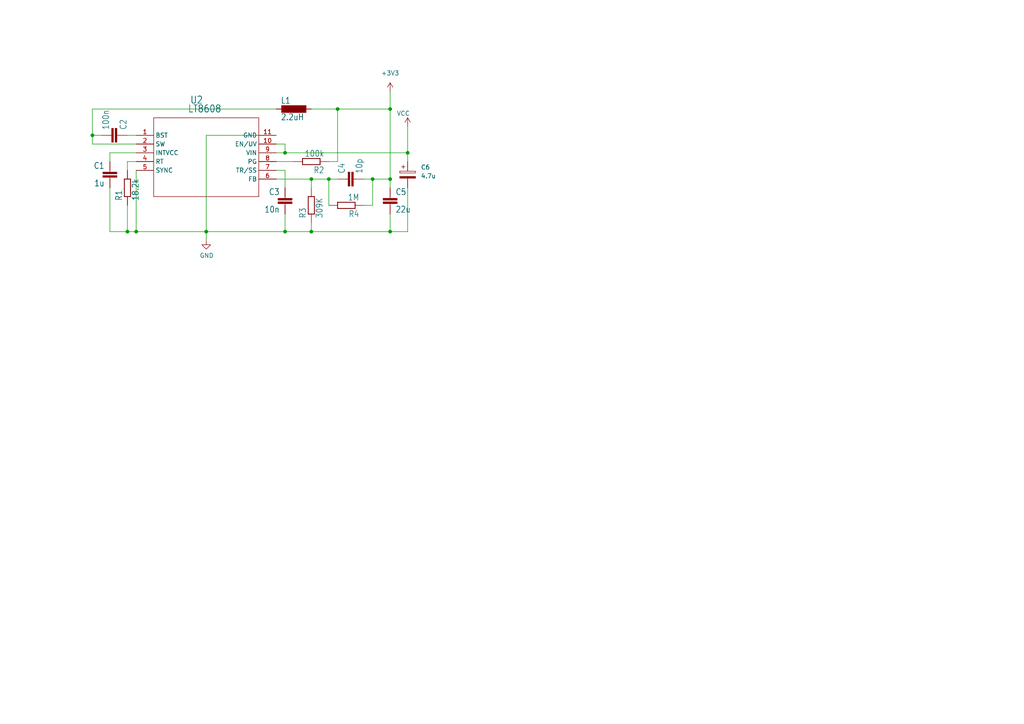
<source format=kicad_sch>
(kicad_sch (version 20230121) (generator eeschema)
  (paper "A4")
  (lib_symbols
    (symbol "Device:C_Polarized" (pin_numbers hide) (pin_names (offset 0.254))
      (property "Reference" "C" (at 0.635 2.54 0))
      (property "Value" "C_Polarized" (at 0.635 -2.54 0))
      (symbol "C_Polarized_0_1"
        (rectangle (start -2.286 0.508) (end 2.286 1.016))
        (polyline (pts (xy -1.778 2.286) (xy -0.762 2.286)))
        (polyline (pts (xy -1.27 2.794) (xy -1.27 1.778)))
        (rectangle (start 2.286 -0.508) (end -2.286 -1.016) (fill (type outline)))
      )
      (symbol "C_Polarized_1_1"
        (pin passive line (at 0 3.81 270) (length 2.794) (name "~") (number "1"))
        (pin passive line (at 0 -3.81 90) (length 2.794) (name "~") (number "2"))
      )
    )
    (symbol "RC_station1_3-eagle-import:C-EUC0603K"
      (property "Reference" "C" (at 1.524 0.381 0))
      (property "Value" "C-EUC0603K" (at 1.524 -4.699 0))
      (symbol "C-EUC0603K_1_0"
        (rectangle (start -2.032 -2.032) (end 2.032 -1.524) (fill (type outline)))
        (rectangle (start -2.032 -1.016) (end 2.032 -0.508) (fill (type outline)))
        (polyline (pts (xy 0 -2.54) (xy 0 -2.032)) (stroke (width 0.1524)))
        (polyline (pts (xy 0 0) (xy 0 -0.508)) (stroke (width 0.1524)))
        (pin passive line (at 0 2.54 270) (length 2.54) (name "1") (number "1"))
        (pin passive line (at 0 -5.08 90) (length 2.54) (name "2") (number "2"))
      )
    )
    (symbol "RC_station1_3-eagle-import:C-EUC1206K"
      (property "Reference" "C" (at 1.524 0.381 0))
      (property "Value" "C-EUC1206K" (at 1.524 -4.699 0))
      (symbol "C-EUC1206K_1_0"
        (rectangle (start -2.032 -2.032) (end 2.032 -1.524) (fill (type outline)))
        (rectangle (start -2.032 -1.016) (end 2.032 -0.508) (fill (type outline)))
        (polyline (pts (xy 0 -2.54) (xy 0 -2.032)) (stroke (width 0.1524)))
        (polyline (pts (xy 0 0) (xy 0 -0.508)) (stroke (width 0.1524)))
        (pin passive line (at 0 2.54 270) (length 2.54) (name "1") (number "1"))
        (pin passive line (at 0 -5.08 90) (length 2.54) (name "2") (number "2"))
      )
    )
    (symbol "RC_station1_3-eagle-import:L-EUL3225M"
      (property "Reference" "L" (at -1.4986 -3.81 90))
      (property "Value" "L-EUL3225M" (at 3.302 -3.81 90))
      (symbol "L-EUL3225M_1_0"
        (rectangle (start -1.016 -3.556) (end 1.016 3.556) (fill (type outline)))
        (pin passive line (at 0 5.08 270) (length 2.54) (name "1") (number "1"))
        (pin passive line (at 0 -5.08 90) (length 2.54) (name "2") (number "2"))
      )
    )
    (symbol "RC_station1_3-eagle-import:LT8608"
      (property "Value" "LT8608" (at -5.3594 11.6586 0))
      (symbol "LT8608_1_0"
        (polyline (pts (xy -15.24 -12.7) (xy 15.24 -12.7)) (stroke (width 0.1524)))
        (polyline (pts (xy -15.24 10.16) (xy -15.24 -12.7)) (stroke (width 0.1524)))
        (polyline (pts (xy 15.24 -12.7) (xy 15.24 10.16)) (stroke (width 0.1524)))
        (polyline (pts (xy 15.24 10.16) (xy -15.24 10.16)) (stroke (width 0.1524)))
        (pin input line (at -20.32 5.08 0) (length 5.08) (name "BST") (number "1"))
        (pin passive line (at 20.32 2.54 180) (length 5.08) (name "EN/UV") (number "10"))
        (pin power_in line (at 20.32 5.08 180) (length 5.08) (name "GND") (number "11"))
        (pin output line (at -20.32 2.54 0) (length 5.08) (name "SW") (number "2"))
        (pin passive line (at -20.32 0 0) (length 5.08) (name "INTVCC") (number "3"))
        (pin passive line (at -20.32 -2.54 0) (length 5.08) (name "RT") (number "4"))
        (pin input line (at -20.32 -5.08 0) (length 5.08) (name "SYNC") (number "5"))
        (pin passive line (at 20.32 -7.62 180) (length 5.08) (name "FB") (number "6"))
        (pin output line (at 20.32 -5.08 180) (length 5.08) (name "TR/SS") (number "7"))
        (pin output line (at 20.32 -2.54 180) (length 5.08) (name "PG") (number "8"))
        (pin input line (at 20.32 0 180) (length 5.08) (name "VIN") (number "9"))
      )
    )
    (symbol "RC_station1_3-eagle-import:R-EU_R0603"
      (property "Reference" "R" (at -3.81 1.4986 0))
      (property "Value" "R-EU_R0603" (at -3.81 -3.302 0))
      (symbol "R-EU_R0603_1_0"
        (polyline (pts (xy -2.54 -0.889) (xy -2.54 0.889)) (stroke (width 0.254)))
        (polyline (pts (xy -2.54 -0.889) (xy 2.54 -0.889)) (stroke (width 0.254)))
        (polyline (pts (xy 2.54 -0.889) (xy 2.54 0.889)) (stroke (width 0.254)))
        (polyline (pts (xy 2.54 0.889) (xy -2.54 0.889)) (stroke (width 0.254)))
        (pin passive line (at -5.08 0 0) (length 2.54) (name "1") (number "1"))
        (pin passive line (at 5.08 0 180) (length 2.54) (name "2") (number "2"))
      )
    )
    (symbol "power:+3.3V" (power) (pin_names (offset 0))
      (property "Value" "+3.3V" (at 0 3.556 0))
      (symbol "+3.3V_0_1"
        (polyline (pts (xy -0.762 1.27) (xy 0 2.54)))
        (polyline (pts (xy 0 0) (xy 0 2.54)))
        (polyline (pts (xy 0 2.54) (xy 0.762 1.27)))
      )
      (symbol "+3.3V_1_1"
        (pin power_in line (at 0 0 90) (length 0) hide (name "+3V3") (number "1"))
      )
    )
    (symbol "power:GND" (power) (pin_names (offset 0))
      (property "Value" "GND" (at 0 -3.81 0))
      (symbol "GND_0_1"
        (polyline (pts (xy 0 0) (xy 0 -1.27) (xy 1.27 -1.27) (xy 0 -2.54) (xy -1.27 -1.27) (xy 0 -1.27)))
      )
      (symbol "GND_1_1"
        (pin power_in line (at 0 0 270) (length 0) hide (name "GND") (number "1"))
      )
    )
    (symbol "power:VCC" (power) (pin_names (offset 0))
      (property "Value" "VCC" (at 0 3.81 0))
      (symbol "VCC_0_1"
        (polyline (pts (xy -0.762 1.27) (xy 0 2.54)))
        (polyline (pts (xy 0 0) (xy 0 2.54)))
        (polyline (pts (xy 0 2.54) (xy 0.762 1.27)))
      )
      (symbol "VCC_1_1"
        (pin power_in line (at 0 0 90) (length 0) hide (name "VCC") (number "1"))
      )
    )
  )
  (junction (at 113.157 51.943))
  (junction (at 108.077 51.943))
  (junction (at 39.497 67.183))
  (junction (at 113.157 31.623))
  (junction (at 90.297 67.183))
  (junction (at 59.817 67.183))
  (junction (at 90.297 51.943))
  (junction (at 97.917 31.623))
  (junction (at 82.677 44.323))
  (junction (at 82.677 67.183))
  (junction (at 26.797 39.243))
  (junction (at 118.237 44.323))
  (junction (at 113.157 67.183))
  (junction (at 36.957 67.183))
  (junction (at 95.377 51.943))
  (wire (pts (xy 82.677 67.183) (xy 59.817 67.183)))
  (wire (pts (xy 82.677 62.103) (xy 82.677 67.183)))
  (wire (pts (xy 95.377 46.863) (xy 97.917 46.863)))
  (wire (pts (xy 113.157 67.183) (xy 90.297 67.183)))
  (wire (pts (xy 36.957 67.183) (xy 39.497 67.183)))
  (wire (pts (xy 97.917 31.623) (xy 113.157 31.623)))
  (wire (pts (xy 26.797 39.243) (xy 26.797 31.623)))
  (wire (pts (xy 108.077 51.943) (xy 108.077 59.563)))
  (wire (pts (xy 59.817 67.183) (xy 59.817 69.723)))
  (wire (pts (xy 82.677 41.783) (xy 82.677 44.323)))
  (wire (pts (xy 82.677 44.323) (xy 80.137 44.323)))
  (wire (pts (xy 39.497 67.183) (xy 59.817 67.183)))
  (wire (pts (xy 39.497 44.323) (xy 31.877 44.323)))
  (wire (pts (xy 80.137 41.783) (xy 82.677 41.783)))
  (wire (pts (xy 82.677 49.403) (xy 82.677 54.483)))
  (wire (pts (xy 113.157 51.943) (xy 113.157 54.483)))
  (wire (pts (xy 118.237 44.323) (xy 118.237 36.703)))
  (wire (pts (xy 95.377 51.943) (xy 95.377 59.563)))
  (wire (pts (xy 39.497 41.783) (xy 26.797 41.783)))
  (wire (pts (xy 95.377 51.943) (xy 97.917 51.943)))
  (wire (pts (xy 26.797 31.623) (xy 80.137 31.623)))
  (wire (pts (xy 108.077 51.943) (xy 113.157 51.943)))
  (wire (pts (xy 108.077 59.563) (xy 105.537 59.563)))
  (wire (pts (xy 36.957 46.863) (xy 36.957 49.403)))
  (wire (pts (xy 90.297 51.943) (xy 90.297 54.483)))
  (wire (pts (xy 118.237 67.183) (xy 113.157 67.183)))
  (wire (pts (xy 80.137 46.863) (xy 85.217 46.863)))
  (wire (pts (xy 113.157 62.103) (xy 113.157 67.183)))
  (wire (pts (xy 82.677 44.323) (xy 118.237 44.323)))
  (wire (pts (xy 97.917 31.623) (xy 90.297 31.623)))
  (wire (pts (xy 80.137 49.403) (xy 82.677 49.403)))
  (wire (pts (xy 90.297 67.183) (xy 82.677 67.183)))
  (wire (pts (xy 113.157 51.943) (xy 113.157 31.623)))
  (wire (pts (xy 113.157 31.623) (xy 113.157 26.543)))
  (wire (pts (xy 36.957 59.563) (xy 36.957 67.183)))
  (wire (pts (xy 31.877 44.323) (xy 31.877 46.863)))
  (wire (pts (xy 31.877 67.183) (xy 36.957 67.183)))
  (wire (pts (xy 80.137 51.943) (xy 90.297 51.943)))
  (wire (pts (xy 118.237 54.483) (xy 118.237 67.183)))
  (wire (pts (xy 26.797 41.783) (xy 26.797 39.243)))
  (wire (pts (xy 97.917 46.863) (xy 97.917 31.623)))
  (wire (pts (xy 90.297 64.643) (xy 90.297 67.183)))
  (wire (pts (xy 39.497 49.403) (xy 39.497 67.183)))
  (wire (pts (xy 36.957 39.243) (xy 39.497 39.243)))
  (wire (pts (xy 31.877 54.483) (xy 31.877 67.183)))
  (wire (pts (xy 39.497 46.863) (xy 36.957 46.863)))
  (wire (pts (xy 90.297 51.943) (xy 95.377 51.943)))
  (wire (pts (xy 118.237 46.863) (xy 118.237 44.323)))
  (wire (pts (xy 59.817 39.243) (xy 59.817 67.183)))
  (wire (pts (xy 80.137 39.243) (xy 59.817 39.243)))
  (wire (pts (xy 29.337 39.243) (xy 26.797 39.243)))
  (wire (pts (xy 105.537 51.943) (xy 108.077 51.943)))
  (symbol (lib_id "RC_station1_3-eagle-import:R-EU_R0603") (at 90.297 59.563 90) (unit 1)
    (property "Reference" "R3" (at 88.7984 63.373 0) (effects (font (size 1.778 1.5113)) (justify left bottom)))
    (property "Value" "309K" (at 93.599 63.373 0) (effects (font (size 1.778 1.5113)) (justify left bottom)))
    (property "Footprint" "Resistor_SMD:R_0603_1608Metric" (effects hide))
    (property "JLC" "0603" (effects hide))
    (property "LCSC" "C4151043" (effects hide))
    (property "Mfr Part Number (Input)" "CRCW0603309KFKEA" (effects hide))
  )
  (symbol (lib_id "RC_station1_3-eagle-import:R-EU_R0603") (at 90.297 46.863 180) (unit 1)
    (property "Reference" "R2" (at 94.107 48.3616 0) (effects (font (size 1.778 1.5113)) (justify left bottom)))
    (property "Value" "100k" (at 94.107 43.561 0) (effects (font (size 1.778 1.5113)) (justify left bottom)))
    (property "Footprint" "Resistor_SMD:R_0603_1608Metric" (effects hide))
    (property "JLC" "0603" (effects hide))
    (property "LCSC" "C844916" (effects hide))
    (property "Mfr Part Number (Input)" "CRCW0603100KFKEA" (effects hide))
  )
  (symbol (lib_id "RC_station1_3-eagle-import:R-EU_R0603") (at 36.957 54.483 90) (unit 1)
    (property "Reference" "R1" (at 35.4584 58.293 0) (effects (font (size 1.778 1.5113)) (justify left bottom)))
    (property "Value" "18.2k" (at 40.259 58.293 0) (effects (font (size 1.778 1.5113)) (justify left bottom)))
    (property "Footprint" "Resistor_SMD:R_0603_1608Metric" (effects hide))
    (property "JLC" "0603" (effects hide))
    (property "LCSC" "C844532" (effects hide))
    (property "Mfr Part Number (Input)" "CRCW060318K2FKEA" (effects hide))
  )
  (symbol (lib_id "RC_station1_3-eagle-import:R-EU_R0603") (at 100.457 59.563 180) (unit 1)
    (property "Reference" "R4" (at 104.267 61.0616 0) (effects (font (size 1.778 1.5113)) (justify left bottom)))
    (property "Value" "1M" (at 104.267 56.261 0) (effects (font (size 1.778 1.5113)) (justify left bottom)))
    (property "Footprint" "Resistor_SMD:R_0603_1608Metric" (effects hide))
    (property "JLC" "0603" (effects hide))
    (property "LCSC" "C1859323" (effects hide))
    (property "Mfr Part Number (Input)" "RCC06031M00FKEA" (effects hide))
  )
  (symbol (lib_id "RC_station1_3-eagle-import:C-EUC1206K") (at 113.157 57.023 0) (unit 1)
    (property "Reference" "C5" (at 114.681 56.642 0) (effects (font (size 1.778 1.5113)) (justify left bottom)))
    (property "Value" "22u" (at 114.681 61.722 0) (effects (font (size 1.778 1.5113)) (justify left bottom)))
    (property "Footprint" "Capacitor_SMD:C_1206_3216Metric" (effects hide))
    (property "JLC" "1206" (effects hide))
    (property "LCSC" "C408152" (effects hide))
    (property "Mfr Part Number (Input)" "GRM31CR70J226KE19L" (effects hide))
  )
  (symbol (lib_id "RC_station1_3-eagle-import:LT8608") (at 59.817 44.323 0) (unit 1)
    (property "Reference" "U2" (at 55.0926 30.1244 0) (effects (font (size 2.0828 1.7703)) (justify left bottom)))
    (property "Value" "LT8608" (at 54.4576 32.6644 0) (effects (font (size 2.0828 1.7703)) (justify left bottom)))
    (property "Footprint" "Package_SO:MSOP-10-1EP_3x3mm_P0.5mm_EP1.68x1.88mm" (effects hide))
    (property "JLC" "MSOP-10-EP" (effects hide))
    (property "LCSC" "C580300" (effects hide))
    (property "Mfr Part Number (Input)" "LT8608IMSE#PBF" (effects hide))
  )
  (symbol (lib_id "RC_station1_3-eagle-import:C-EUC0603K") (at 100.457 51.943 90) (unit 1)
    (property "Reference" "C4" (at 100.076 50.419 0) (effects (font (size 1.778 1.5113)) (justify left bottom)))
    (property "Value" "10p" (at 105.156 50.419 0) (effects (font (size 1.778 1.5113)) (justify left bottom)))
    (property "Footprint" "Capacitor_SMD:C_0603_1608Metric" (effects hide))
    (property "JLC" "0603" (effects hide))
    (property "LCSC" "C2180064" (effects hide))
    (property "Mfr Part Number (Input)" "C0603C100J1GACAUTO" (effects hide))
  )
  (symbol (lib_id "RC_station1_3-eagle-import:C-EUC0603K") (at 31.877 49.403 0) (mirror y) (unit 1)
    (property "Reference" "C1" (at 30.353 49.022 0) (effects (font (size 1.778 1.5113)) (justify left bottom)))
    (property "Value" "1u" (at 30.353 54.102 0) (effects (font (size 1.778 1.5113)) (justify left bottom)))
    (property "Footprint" "Capacitor_SMD:C_0603_1608Metric" (effects hide))
    (property "JLC" "0603" (effects hide))
    (property "LCSC" "C5199872" (effects hide))
    (property "Mfr Part Number (Input)" "CL10B105KB8NQNC" (effects hide))
  )
  (symbol (lib_id "RC_station1_3-eagle-import:C-EUC0603K") (at 82.677 57.023 0) (mirror y) (unit 1)
    (property "Reference" "C3" (at 81.153 56.642 0) (effects (font (size 1.778 1.5113)) (justify left bottom)))
    (property "Value" "10n" (at 81.153 61.722 0) (effects (font (size 1.778 1.5113)) (justify left bottom)))
    (property "Footprint" "Capacitor_SMD:C_0603_1608Metric" (effects hide))
    (property "JLC" "0603" (effects hide))
    (property "LCSC" "C2167111" (effects hide))
    (property "Mfr Part Number (Input)" "CGA3E2X7R1H103K080AA" (effects hide))
  )
  (symbol (lib_id "power:GND") (at 59.817 69.723 0) (unit 1)
    (property "Reference" "#PWR01" (effects hide))
    (property "Value" "GND" (at 59.944 74.1172 0))
  )
  (symbol (lib_id "power:VCC") (at 118.237 36.703 0) (unit 1)
    (property "Reference" "#PWR03" (effects hide))
    (property "Value" "VCC" (at 116.967 32.893 0))
  )
  (symbol (lib_id "power:+3.3V") (at 113.157 26.543 0) (unit 1)
    (property "Reference" "#PWR038" (effects hide))
    (property "Value" "+3.3V" (at 113.157 21.209 0))
  )
  (symbol (lib_id "Device:C_Polarized") (at 118.237 50.673 0) (unit 1)
    (property "Reference" "C6" (at 122.047 48.5139 0) (effects (justify left)))
    (property "Value" "4.7u" (at 122.047 51.0539 0) (effects (justify left)))
    (property "Footprint" "Capacitor_Tantalum_SMD:CP_EIA-7343-15_Kemet-W" (effects hide))
    (property "JLC" "7343" (effects hide))
    (property "Mfr Part Number (Input)" "293D475X9050D2TE3" (effects hide))
    (property "LCSC" "C3097776" (effects hide))
  )
  (symbol (lib_id "RC_station1_3-eagle-import:C-EUC0603K") (at 34.417 39.243 270) (mirror x) (unit 1)
    (property "Reference" "C2" (at 34.798 37.719 0) (effects (font (size 1.778 1.5113)) (justify left bottom)))
    (property "Value" "100n" (at 29.718 37.719 0) (effects (font (size 1.778 1.5113)) (justify left bottom)))
    (property "Footprint" "Capacitor_SMD:C_0603_1608Metric" (effects hide))
    (property "JLC" "0603" (effects hide))
    (property "LCSC" "C599650" (effects hide))
    (property "Mfr Part Number (Input)" "C0603C104K5RAC7411" (effects hide))
  )
  (symbol (lib_id "RC_station1_3-eagle-import:L-EUL3225M") (at 85.217 31.623 270) (unit 1)
    (property "Reference" "L1" (at 81.407 30.1244 90) (effects (font (size 1.778 1.5113)) (justify left bottom)))
    (property "Value" "2.2uH" (at 81.407 34.925 90) (effects (font (size 1.778 1.5113)) (justify left bottom)))
    (property "Footprint" "Inductor_SMD:L_1210_3225Metric" (effects hide))
    (property "JLC" "1210" (effects hide))
    (property "LCSC" "C80783" (effects hide))
    (property "Mfr Part Number (Input)" "LQH32CN2R2M23L" (effects hide))
  )
)
</source>
